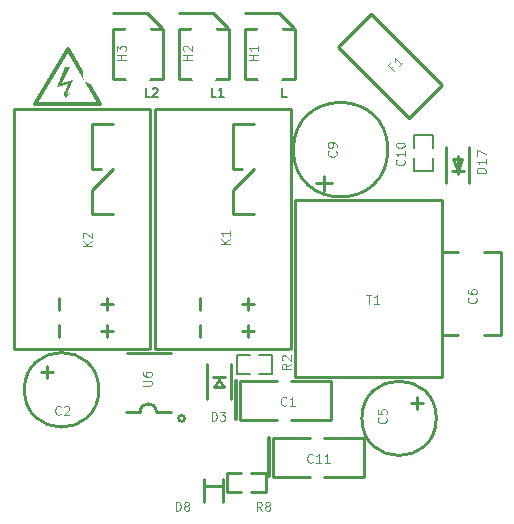
<source format=gto>
G04 #@! TF.GenerationSoftware,KiCad,Pcbnew,5.1.5-52549c5~84~ubuntu18.04.1*
G04 #@! TF.CreationDate,2020-02-21T12:56:33+02:00*
G04 #@! TF.ProjectId,NRF52832_Touch_Switch_Power_Supply,4e524635-3238-4333-925f-546f7563685f,rev?*
G04 #@! TF.SameCoordinates,Original*
G04 #@! TF.FileFunction,Legend,Top*
G04 #@! TF.FilePolarity,Positive*
%FSLAX46Y46*%
G04 Gerber Fmt 4.6, Leading zero omitted, Abs format (unit mm)*
G04 Created by KiCad (PCBNEW 5.1.5-52549c5~84~ubuntu18.04.1) date 2020-02-21 12:56:33*
%MOMM*%
%LPD*%
G04 APERTURE LIST*
%ADD10C,0.152000*%
%ADD11C,0.254000*%
%ADD12C,0.330000*%
%ADD13C,0.200000*%
%ADD14C,0.356000*%
%ADD15C,0.100000*%
%ADD16C,0.102000*%
%ADD17C,1.602000*%
%ADD18R,2.102000X2.602000*%
%ADD19R,1.880000X1.880000*%
%ADD20C,1.902000*%
%ADD21C,2.352000*%
%ADD22C,1.702000*%
%ADD23R,1.602000X1.402000*%
%ADD24R,1.102000X1.102000*%
%ADD25R,1.102000X1.202000*%
%ADD26C,2.102000*%
%ADD27R,1.905000X0.508000*%
%ADD28R,1.502000X1.302000*%
%ADD29R,1.202000X1.102000*%
G04 APERTURE END LIST*
D10*
X118626085Y-45338714D02*
X118263228Y-45338714D01*
X118263228Y-44576714D01*
X112657085Y-45302714D02*
X112294228Y-45302714D01*
X112294228Y-44540714D01*
X113310228Y-45302714D02*
X112874800Y-45302714D01*
X113092514Y-45302714D02*
X113092514Y-44540714D01*
X113019942Y-44649571D01*
X112947371Y-44722142D01*
X112874800Y-44758428D01*
X107069085Y-45302714D02*
X106706228Y-45302714D01*
X106706228Y-44540714D01*
X107286800Y-44613285D02*
X107323085Y-44577000D01*
X107395657Y-44540714D01*
X107577085Y-44540714D01*
X107649657Y-44577000D01*
X107685942Y-44613285D01*
X107722228Y-44685857D01*
X107722228Y-44758428D01*
X107685942Y-44867285D01*
X107250514Y-45302714D01*
X107722228Y-45302714D01*
D11*
X120587000Y-77470000D02*
X117500000Y-77470000D01*
X117500000Y-77470000D02*
X117500000Y-74143000D01*
X117500000Y-74143000D02*
X120587000Y-74143000D01*
D12*
X117145000Y-74143000D02*
X117145000Y-77419000D01*
D11*
X121768000Y-74143000D02*
X125146000Y-74143000D01*
X125146000Y-74143000D02*
X125146000Y-77521000D01*
X125146000Y-77521000D02*
X121768000Y-77521000D01*
X119301000Y-54046000D02*
X131801000Y-54046000D01*
X131801000Y-54046000D02*
X131801000Y-69046000D01*
X131801000Y-69046000D02*
X119301000Y-69046000D01*
X119301000Y-69046000D02*
X119301000Y-54046000D01*
X128971990Y-47091417D02*
X122961583Y-41081010D01*
X122961583Y-41081010D02*
X125790010Y-38252583D01*
X125790010Y-38252583D02*
X131800417Y-44262990D01*
X131800417Y-44262990D02*
X128971990Y-47091417D01*
X109533000Y-39556000D02*
X113733000Y-39556000D01*
X113733000Y-39556000D02*
X113733000Y-43756000D01*
X113733000Y-43756000D02*
X109533000Y-43756000D01*
X109533000Y-43756000D02*
X109533000Y-39556000D01*
X113665000Y-39624000D02*
X113665000Y-39497000D01*
X113665000Y-39497000D02*
X112395000Y-38227000D01*
X112395000Y-38227000D02*
X109474000Y-38227000D01*
X115121000Y-39556000D02*
X119321000Y-39556000D01*
X119321000Y-39556000D02*
X119321000Y-43756000D01*
X119321000Y-43756000D02*
X115121000Y-43756000D01*
X115121000Y-43756000D02*
X115121000Y-39556000D01*
X119253000Y-39624000D02*
X119253000Y-39497000D01*
X119253000Y-39497000D02*
X117983000Y-38227000D01*
X117983000Y-38227000D02*
X115062000Y-38227000D01*
X131293000Y-72517000D02*
G75*
G03X131293000Y-72517000I-3150000J0D01*
G01*
X130175000Y-71247000D02*
X129159000Y-71247000D01*
X129667000Y-70739000D02*
X129667000Y-71755000D01*
X102718000Y-70104000D02*
G75*
G03X102718000Y-70104000I-3150000J0D01*
G01*
X98298000Y-68072000D02*
X98298000Y-69088000D01*
X97790000Y-68580000D02*
X98806000Y-68580000D01*
X103945000Y-39556000D02*
X108145000Y-39556000D01*
X108145000Y-39556000D02*
X108145000Y-43756000D01*
X108145000Y-43756000D02*
X103945000Y-43756000D01*
X103945000Y-43756000D02*
X103945000Y-39556000D01*
X108077000Y-39624000D02*
X108077000Y-39497000D01*
X108077000Y-39497000D02*
X106807000Y-38227000D01*
X106807000Y-38227000D02*
X103886000Y-38227000D01*
X119188992Y-49809142D02*
G75*
G03X119189000Y-49738000I4000008J35142D01*
G01*
X122453000Y-52629000D02*
X121107000Y-52629000D01*
X121768000Y-51994000D02*
X121768000Y-53238000D01*
X131739000Y-65476000D02*
X131739000Y-58476000D01*
X136739000Y-58476000D02*
X136739000Y-65476000D01*
X131739000Y-58476000D02*
X133136000Y-58476000D01*
X135342000Y-58476000D02*
X136739000Y-58476000D01*
X131739000Y-65476000D02*
X133136000Y-65476000D01*
X135342000Y-65476000D02*
X136739000Y-65476000D01*
X112903000Y-69242000D02*
X113309000Y-69826000D01*
X113309000Y-69826000D02*
X112497000Y-69826000D01*
X112497000Y-69826000D02*
X112903000Y-69242000D01*
X113903000Y-67920000D02*
X113903000Y-70920000D01*
X111903000Y-70920000D02*
X111903000Y-67920000D01*
X113411000Y-69014000D02*
X112395000Y-69014000D01*
X117792000Y-72644000D02*
X114706000Y-72644000D01*
X114706000Y-72644000D02*
X114706000Y-69317000D01*
X114706000Y-69317000D02*
X117792000Y-69317000D01*
D12*
X114351000Y-69317000D02*
X114351000Y-72593000D01*
D11*
X118974000Y-69317000D02*
X122352000Y-69317000D01*
X122352000Y-69317000D02*
X122352000Y-72695000D01*
X122352000Y-72695000D02*
X118974000Y-72695000D01*
X113195000Y-77613000D02*
X113195000Y-79613000D01*
X111595000Y-77613000D02*
X111595000Y-79613000D01*
X113195000Y-78262000D02*
X111595000Y-78262000D01*
X113539000Y-77178000D02*
X113539000Y-78778000D01*
X115589000Y-78778000D02*
X116839000Y-78778000D01*
X115589000Y-77178000D02*
X116839000Y-77178000D01*
X114789000Y-78778000D02*
X113539000Y-78778000D01*
X114789000Y-77178000D02*
X113539000Y-77178000D01*
X116839000Y-77178000D02*
X116839000Y-78778000D01*
X107061000Y-66675000D02*
X107061000Y-46355000D01*
X107061000Y-46355000D02*
X95661000Y-46355000D01*
X95519000Y-46355000D02*
X95519000Y-66675000D01*
X95519000Y-66675000D02*
X106919000Y-66675000D01*
X103393000Y-65659000D02*
X103393000Y-64643000D01*
X102885000Y-65151000D02*
X103901000Y-65151000D01*
X103393000Y-63373000D02*
X103393000Y-62357000D01*
X102885000Y-62865000D02*
X103901000Y-62865000D01*
X99329000Y-65659000D02*
X99329000Y-64643000D01*
X99329000Y-63373000D02*
X99329000Y-62357000D01*
X103901000Y-55245000D02*
X102123000Y-55245000D01*
X102123000Y-55245000D02*
X102123000Y-53213000D01*
X102123000Y-53213000D02*
X103901000Y-51435000D01*
X103901000Y-47625000D02*
X102377000Y-47625000D01*
X102377000Y-47625000D02*
X102123000Y-47625000D01*
X102123000Y-47625000D02*
X102123000Y-51435000D01*
X102123000Y-51435000D02*
X102885000Y-51435000D01*
X118999000Y-66675000D02*
X118999000Y-46355000D01*
X118999000Y-46355000D02*
X107599000Y-46355000D01*
X107457000Y-46355000D02*
X107457000Y-66675000D01*
X107457000Y-66675000D02*
X118857000Y-66675000D01*
X115331000Y-65659000D02*
X115331000Y-64643000D01*
X114823000Y-65151000D02*
X115839000Y-65151000D01*
X115331000Y-63373000D02*
X115331000Y-62357000D01*
X114823000Y-62865000D02*
X115839000Y-62865000D01*
X111267000Y-65659000D02*
X111267000Y-64643000D01*
X111267000Y-63373000D02*
X111267000Y-62357000D01*
X115839000Y-55245000D02*
X114061000Y-55245000D01*
X114061000Y-55245000D02*
X114061000Y-53213000D01*
X114061000Y-53213000D02*
X115839000Y-51435000D01*
X115839000Y-47625000D02*
X114315000Y-47625000D01*
X114315000Y-47625000D02*
X114061000Y-47625000D01*
X114061000Y-47625000D02*
X114061000Y-51435000D01*
X114061000Y-51435000D02*
X114823000Y-51435000D01*
D13*
X116289000Y-67145000D02*
X117389000Y-67145000D01*
X117389000Y-67145000D02*
X117389000Y-68745000D01*
X117389000Y-68745000D02*
X116289000Y-68745000D01*
X115489000Y-67145000D02*
X114389000Y-67145000D01*
X114389000Y-67145000D02*
X114389000Y-68145000D01*
X114389000Y-68145000D02*
X114389000Y-68745000D01*
X114389000Y-68745000D02*
X115489000Y-68745000D01*
D11*
X109982000Y-72519000D02*
G75*
G03X109982000Y-72519000I-254000J0D01*
G01*
X106228000Y-71974000D02*
X105054000Y-71971000D01*
X107600000Y-71974000D02*
G75*
G03X106228000Y-71974000I-686000J0D01*
G01*
X108794000Y-71971000D02*
X107600000Y-71974000D01*
X108802000Y-66971000D02*
X105066000Y-66971000D01*
X133096000Y-51562000D02*
X132690000Y-50546000D01*
X132690000Y-50546000D02*
X133502000Y-50546000D01*
X133502000Y-50546000D02*
X133096000Y-51562000D01*
X132096000Y-52554000D02*
X132096000Y-49554000D01*
X134096000Y-52554000D02*
X134096000Y-49554000D01*
X132588000Y-51562000D02*
X133604000Y-51562000D01*
X133096000Y-51816000D02*
X133096000Y-50292000D01*
D13*
X129375000Y-49638000D02*
X129375000Y-48538000D01*
X129375000Y-48538000D02*
X130975000Y-48538000D01*
X130975000Y-48538000D02*
X130975000Y-49638000D01*
X129375000Y-50438000D02*
X129375000Y-51538000D01*
X129375000Y-51538000D02*
X130375000Y-51538000D01*
X130375000Y-51538000D02*
X130975000Y-51538000D01*
X130975000Y-51538000D02*
X130975000Y-50438000D01*
D14*
X100076000Y-41216000D02*
X97358000Y-45923000D01*
X97358000Y-45923000D02*
X102794000Y-45923000D01*
X102794000Y-45923000D02*
X100076000Y-41216000D01*
D15*
G36*
X99898000Y-42799000D02*
G01*
X100279000Y-42799000D01*
X99593000Y-44145000D01*
X100559000Y-43866000D01*
X100051000Y-45034000D01*
X100254000Y-44983000D01*
X99847000Y-45441000D01*
X99771000Y-44907000D01*
X99898000Y-45009000D01*
X100152000Y-44171000D01*
X99212000Y-44475000D01*
X99898000Y-42799000D01*
G37*
D16*
X120825157Y-76218142D02*
X120788871Y-76254428D01*
X120680014Y-76290714D01*
X120607442Y-76290714D01*
X120498585Y-76254428D01*
X120426014Y-76181857D01*
X120389728Y-76109285D01*
X120353442Y-75964142D01*
X120353442Y-75855285D01*
X120389728Y-75710142D01*
X120426014Y-75637571D01*
X120498585Y-75565000D01*
X120607442Y-75528714D01*
X120680014Y-75528714D01*
X120788871Y-75565000D01*
X120825157Y-75601285D01*
X121550871Y-76290714D02*
X121115442Y-76290714D01*
X121333157Y-76290714D02*
X121333157Y-75528714D01*
X121260585Y-75637571D01*
X121188014Y-75710142D01*
X121115442Y-75746428D01*
X122276585Y-76290714D02*
X121841157Y-76290714D01*
X122058871Y-76290714D02*
X122058871Y-75528714D01*
X121986300Y-75637571D01*
X121913728Y-75710142D01*
X121841157Y-75746428D01*
X125360871Y-62066714D02*
X125796300Y-62066714D01*
X125578585Y-62828714D02*
X125578585Y-62066714D01*
X126449442Y-62828714D02*
X126014014Y-62828714D01*
X126231728Y-62828714D02*
X126231728Y-62066714D01*
X126159157Y-62175571D01*
X126086585Y-62248142D01*
X126014014Y-62284428D01*
X127609607Y-42667646D02*
X127430002Y-42847251D01*
X127712239Y-43129488D02*
X127173423Y-42590672D01*
X127430002Y-42334094D01*
X128456317Y-42385409D02*
X128148423Y-42693304D01*
X128302370Y-42539357D02*
X127763555Y-42000541D01*
X127789212Y-42128831D01*
X127789212Y-42231462D01*
X127763555Y-42308436D01*
X110580714Y-42170271D02*
X109818714Y-42170271D01*
X110181571Y-42170271D02*
X110181571Y-41734842D01*
X110580714Y-41734842D02*
X109818714Y-41734842D01*
X109891285Y-41408271D02*
X109855000Y-41371985D01*
X109818714Y-41299414D01*
X109818714Y-41117985D01*
X109855000Y-41045414D01*
X109891285Y-41009128D01*
X109963857Y-40972842D01*
X110036428Y-40972842D01*
X110145285Y-41009128D01*
X110580714Y-41444557D01*
X110580714Y-40972842D01*
X116168714Y-42170271D02*
X115406714Y-42170271D01*
X115769571Y-42170271D02*
X115769571Y-41734842D01*
X116168714Y-41734842D02*
X115406714Y-41734842D01*
X116168714Y-40972842D02*
X116168714Y-41408271D01*
X116168714Y-41190557D02*
X115406714Y-41190557D01*
X115515571Y-41263128D01*
X115588142Y-41335700D01*
X115624428Y-41408271D01*
X127018142Y-72468842D02*
X127054428Y-72505128D01*
X127090714Y-72613985D01*
X127090714Y-72686557D01*
X127054428Y-72795414D01*
X126981857Y-72867985D01*
X126909285Y-72904271D01*
X126764142Y-72940557D01*
X126655285Y-72940557D01*
X126510142Y-72904271D01*
X126437571Y-72867985D01*
X126365000Y-72795414D01*
X126328714Y-72686557D01*
X126328714Y-72613985D01*
X126365000Y-72505128D01*
X126401285Y-72468842D01*
X126328714Y-71779414D02*
X126328714Y-72142271D01*
X126691571Y-72178557D01*
X126655285Y-72142271D01*
X126619000Y-72069700D01*
X126619000Y-71888271D01*
X126655285Y-71815700D01*
X126691571Y-71779414D01*
X126764142Y-71743128D01*
X126945571Y-71743128D01*
X127018142Y-71779414D01*
X127054428Y-71815700D01*
X127090714Y-71888271D01*
X127090714Y-72069700D01*
X127054428Y-72142271D01*
X127018142Y-72178557D01*
X99489157Y-72154142D02*
X99452871Y-72190428D01*
X99344014Y-72226714D01*
X99271442Y-72226714D01*
X99162585Y-72190428D01*
X99090014Y-72117857D01*
X99053728Y-72045285D01*
X99017442Y-71900142D01*
X99017442Y-71791285D01*
X99053728Y-71646142D01*
X99090014Y-71573571D01*
X99162585Y-71501000D01*
X99271442Y-71464714D01*
X99344014Y-71464714D01*
X99452871Y-71501000D01*
X99489157Y-71537285D01*
X99779442Y-71537285D02*
X99815728Y-71501000D01*
X99888300Y-71464714D01*
X100069728Y-71464714D01*
X100142300Y-71501000D01*
X100178585Y-71537285D01*
X100214871Y-71609857D01*
X100214871Y-71682428D01*
X100178585Y-71791285D01*
X99743157Y-72226714D01*
X100214871Y-72226714D01*
X104992714Y-42170271D02*
X104230714Y-42170271D01*
X104593571Y-42170271D02*
X104593571Y-41734842D01*
X104992714Y-41734842D02*
X104230714Y-41734842D01*
X104230714Y-41444557D02*
X104230714Y-40972842D01*
X104521000Y-41226842D01*
X104521000Y-41117985D01*
X104557285Y-41045414D01*
X104593571Y-41009128D01*
X104666142Y-40972842D01*
X104847571Y-40972842D01*
X104920142Y-41009128D01*
X104956428Y-41045414D01*
X104992714Y-41117985D01*
X104992714Y-41335700D01*
X104956428Y-41408271D01*
X104920142Y-41444557D01*
X122791142Y-49881842D02*
X122827428Y-49918128D01*
X122863714Y-50026985D01*
X122863714Y-50099557D01*
X122827428Y-50208414D01*
X122754857Y-50280985D01*
X122682285Y-50317271D01*
X122537142Y-50353557D01*
X122428285Y-50353557D01*
X122283142Y-50317271D01*
X122210571Y-50280985D01*
X122138000Y-50208414D01*
X122101714Y-50099557D01*
X122101714Y-50026985D01*
X122138000Y-49918128D01*
X122174285Y-49881842D01*
X122863714Y-49518985D02*
X122863714Y-49373842D01*
X122827428Y-49301271D01*
X122791142Y-49264985D01*
X122682285Y-49192414D01*
X122537142Y-49156128D01*
X122246857Y-49156128D01*
X122174285Y-49192414D01*
X122138000Y-49228700D01*
X122101714Y-49301271D01*
X122101714Y-49446414D01*
X122138000Y-49518985D01*
X122174285Y-49555271D01*
X122246857Y-49591557D01*
X122428285Y-49591557D01*
X122500857Y-49555271D01*
X122537142Y-49518985D01*
X122573428Y-49446414D01*
X122573428Y-49301271D01*
X122537142Y-49228700D01*
X122500857Y-49192414D01*
X122428285Y-49156128D01*
X134638142Y-62308842D02*
X134674428Y-62345128D01*
X134710714Y-62453985D01*
X134710714Y-62526557D01*
X134674428Y-62635414D01*
X134601857Y-62707985D01*
X134529285Y-62744271D01*
X134384142Y-62780557D01*
X134275285Y-62780557D01*
X134130142Y-62744271D01*
X134057571Y-62707985D01*
X133985000Y-62635414D01*
X133948714Y-62526557D01*
X133948714Y-62453985D01*
X133985000Y-62345128D01*
X134021285Y-62308842D01*
X133948714Y-61655700D02*
X133948714Y-61800842D01*
X133985000Y-61873414D01*
X134021285Y-61909700D01*
X134130142Y-61982271D01*
X134275285Y-62018557D01*
X134565571Y-62018557D01*
X134638142Y-61982271D01*
X134674428Y-61945985D01*
X134710714Y-61873414D01*
X134710714Y-61728271D01*
X134674428Y-61655700D01*
X134638142Y-61619414D01*
X134565571Y-61583128D01*
X134384142Y-61583128D01*
X134311571Y-61619414D01*
X134275285Y-61655700D01*
X134239000Y-61728271D01*
X134239000Y-61873414D01*
X134275285Y-61945985D01*
X134311571Y-61982271D01*
X134384142Y-62018557D01*
X112261728Y-72734714D02*
X112261728Y-71972714D01*
X112443157Y-71972714D01*
X112552014Y-72009000D01*
X112624585Y-72081571D01*
X112660871Y-72154142D01*
X112697157Y-72299285D01*
X112697157Y-72408142D01*
X112660871Y-72553285D01*
X112624585Y-72625857D01*
X112552014Y-72698428D01*
X112443157Y-72734714D01*
X112261728Y-72734714D01*
X112951157Y-71972714D02*
X113422871Y-71972714D01*
X113168871Y-72263000D01*
X113277728Y-72263000D01*
X113350300Y-72299285D01*
X113386585Y-72335571D01*
X113422871Y-72408142D01*
X113422871Y-72589571D01*
X113386585Y-72662142D01*
X113350300Y-72698428D01*
X113277728Y-72734714D01*
X113060014Y-72734714D01*
X112987442Y-72698428D01*
X112951157Y-72662142D01*
X118608157Y-71392142D02*
X118571871Y-71428428D01*
X118463014Y-71464714D01*
X118390442Y-71464714D01*
X118281585Y-71428428D01*
X118209014Y-71355857D01*
X118172728Y-71283285D01*
X118136442Y-71138142D01*
X118136442Y-71029285D01*
X118172728Y-70884142D01*
X118209014Y-70811571D01*
X118281585Y-70739000D01*
X118390442Y-70702714D01*
X118463014Y-70702714D01*
X118571871Y-70739000D01*
X118608157Y-70775285D01*
X119333871Y-71464714D02*
X118898442Y-71464714D01*
X119116157Y-71464714D02*
X119116157Y-70702714D01*
X119043585Y-70811571D01*
X118971014Y-70884142D01*
X118898442Y-70920428D01*
X109213728Y-80354714D02*
X109213728Y-79592714D01*
X109395157Y-79592714D01*
X109504014Y-79629000D01*
X109576585Y-79701571D01*
X109612871Y-79774142D01*
X109649157Y-79919285D01*
X109649157Y-80028142D01*
X109612871Y-80173285D01*
X109576585Y-80245857D01*
X109504014Y-80318428D01*
X109395157Y-80354714D01*
X109213728Y-80354714D01*
X110084585Y-79919285D02*
X110012014Y-79883000D01*
X109975728Y-79846714D01*
X109939442Y-79774142D01*
X109939442Y-79737857D01*
X109975728Y-79665285D01*
X110012014Y-79629000D01*
X110084585Y-79592714D01*
X110229728Y-79592714D01*
X110302300Y-79629000D01*
X110338585Y-79665285D01*
X110374871Y-79737857D01*
X110374871Y-79774142D01*
X110338585Y-79846714D01*
X110302300Y-79883000D01*
X110229728Y-79919285D01*
X110084585Y-79919285D01*
X110012014Y-79955571D01*
X109975728Y-79991857D01*
X109939442Y-80064428D01*
X109939442Y-80209571D01*
X109975728Y-80282142D01*
X110012014Y-80318428D01*
X110084585Y-80354714D01*
X110229728Y-80354714D01*
X110302300Y-80318428D01*
X110338585Y-80282142D01*
X110374871Y-80209571D01*
X110374871Y-80064428D01*
X110338585Y-79991857D01*
X110302300Y-79955571D01*
X110229728Y-79919285D01*
X116507157Y-80354714D02*
X116253157Y-79991857D01*
X116071728Y-80354714D02*
X116071728Y-79592714D01*
X116362014Y-79592714D01*
X116434585Y-79629000D01*
X116470871Y-79665285D01*
X116507157Y-79737857D01*
X116507157Y-79846714D01*
X116470871Y-79919285D01*
X116434585Y-79955571D01*
X116362014Y-79991857D01*
X116071728Y-79991857D01*
X116942585Y-79919285D02*
X116870014Y-79883000D01*
X116833728Y-79846714D01*
X116797442Y-79774142D01*
X116797442Y-79737857D01*
X116833728Y-79665285D01*
X116870014Y-79629000D01*
X116942585Y-79592714D01*
X117087728Y-79592714D01*
X117160300Y-79629000D01*
X117196585Y-79665285D01*
X117232871Y-79737857D01*
X117232871Y-79774142D01*
X117196585Y-79846714D01*
X117160300Y-79883000D01*
X117087728Y-79919285D01*
X116942585Y-79919285D01*
X116870014Y-79955571D01*
X116833728Y-79991857D01*
X116797442Y-80064428D01*
X116797442Y-80209571D01*
X116833728Y-80282142D01*
X116870014Y-80318428D01*
X116942585Y-80354714D01*
X117087728Y-80354714D01*
X117160300Y-80318428D01*
X117196585Y-80282142D01*
X117232871Y-80209571D01*
X117232871Y-80064428D01*
X117196585Y-79991857D01*
X117160300Y-79955571D01*
X117087728Y-79919285D01*
X102106714Y-57945271D02*
X101344714Y-57945271D01*
X102106714Y-57509842D02*
X101671285Y-57836414D01*
X101344714Y-57509842D02*
X101780142Y-57945271D01*
X101417285Y-57219557D02*
X101381000Y-57183271D01*
X101344714Y-57110700D01*
X101344714Y-56929271D01*
X101381000Y-56856700D01*
X101417285Y-56820414D01*
X101489857Y-56784128D01*
X101562428Y-56784128D01*
X101671285Y-56820414D01*
X102106714Y-57255842D01*
X102106714Y-56784128D01*
X113790714Y-57788271D02*
X113028714Y-57788271D01*
X113790714Y-57352842D02*
X113355285Y-57679414D01*
X113028714Y-57352842D02*
X113464142Y-57788271D01*
X113790714Y-56627128D02*
X113790714Y-57062557D01*
X113790714Y-56844842D02*
X113028714Y-56844842D01*
X113137571Y-56917414D01*
X113210142Y-56989985D01*
X113246428Y-57062557D01*
X118962714Y-67896842D02*
X118599857Y-68150842D01*
X118962714Y-68332271D02*
X118200714Y-68332271D01*
X118200714Y-68041985D01*
X118237000Y-67969414D01*
X118273285Y-67933128D01*
X118345857Y-67896842D01*
X118454714Y-67896842D01*
X118527285Y-67933128D01*
X118563571Y-67969414D01*
X118599857Y-68041985D01*
X118599857Y-68332271D01*
X118273285Y-67606557D02*
X118237000Y-67570271D01*
X118200714Y-67497700D01*
X118200714Y-67316271D01*
X118237000Y-67243700D01*
X118273285Y-67207414D01*
X118345857Y-67171128D01*
X118418428Y-67171128D01*
X118527285Y-67207414D01*
X118962714Y-67642842D01*
X118962714Y-67171128D01*
X106424714Y-69750271D02*
X107041571Y-69750271D01*
X107114142Y-69713985D01*
X107150428Y-69677700D01*
X107186714Y-69605128D01*
X107186714Y-69459985D01*
X107150428Y-69387414D01*
X107114142Y-69351128D01*
X107041571Y-69314842D01*
X106424714Y-69314842D01*
X106424714Y-68625414D02*
X106424714Y-68770557D01*
X106461000Y-68843128D01*
X106497285Y-68879414D01*
X106606142Y-68951985D01*
X106751285Y-68988271D01*
X107041571Y-68988271D01*
X107114142Y-68951985D01*
X107150428Y-68915700D01*
X107186714Y-68843128D01*
X107186714Y-68697985D01*
X107150428Y-68625414D01*
X107114142Y-68589128D01*
X107041571Y-68552842D01*
X106860142Y-68552842D01*
X106787571Y-68589128D01*
X106751285Y-68625414D01*
X106715000Y-68697985D01*
X106715000Y-68843128D01*
X106751285Y-68915700D01*
X106787571Y-68951985D01*
X106860142Y-68988271D01*
X135472714Y-51722271D02*
X134710714Y-51722271D01*
X134710714Y-51540842D01*
X134747000Y-51431985D01*
X134819571Y-51359414D01*
X134892142Y-51323128D01*
X135037285Y-51286842D01*
X135146142Y-51286842D01*
X135291285Y-51323128D01*
X135363857Y-51359414D01*
X135436428Y-51431985D01*
X135472714Y-51540842D01*
X135472714Y-51722271D01*
X135472714Y-50561128D02*
X135472714Y-50996557D01*
X135472714Y-50778842D02*
X134710714Y-50778842D01*
X134819571Y-50851414D01*
X134892142Y-50923985D01*
X134928428Y-50996557D01*
X134710714Y-50307128D02*
X134710714Y-49799128D01*
X135472714Y-50125700D01*
X128542142Y-50624842D02*
X128578428Y-50661128D01*
X128614714Y-50769985D01*
X128614714Y-50842557D01*
X128578428Y-50951414D01*
X128505857Y-51023985D01*
X128433285Y-51060271D01*
X128288142Y-51096557D01*
X128179285Y-51096557D01*
X128034142Y-51060271D01*
X127961571Y-51023985D01*
X127889000Y-50951414D01*
X127852714Y-50842557D01*
X127852714Y-50769985D01*
X127889000Y-50661128D01*
X127925285Y-50624842D01*
X128614714Y-49899128D02*
X128614714Y-50334557D01*
X128614714Y-50116842D02*
X127852714Y-50116842D01*
X127961571Y-50189414D01*
X128034142Y-50261985D01*
X128070428Y-50334557D01*
X127852714Y-49427414D02*
X127852714Y-49354842D01*
X127889000Y-49282271D01*
X127925285Y-49245985D01*
X127997857Y-49209700D01*
X128143000Y-49173414D01*
X128324428Y-49173414D01*
X128469571Y-49209700D01*
X128542142Y-49245985D01*
X128578428Y-49282271D01*
X128614714Y-49354842D01*
X128614714Y-49427414D01*
X128578428Y-49499985D01*
X128542142Y-49536271D01*
X128469571Y-49572557D01*
X128324428Y-49608842D01*
X128143000Y-49608842D01*
X127997857Y-49572557D01*
X127925285Y-49536271D01*
X127889000Y-49499985D01*
X127852714Y-49427414D01*
%LPC*%
D17*
X102108000Y-43434000D03*
X109982000Y-78232000D03*
X120650000Y-43434000D03*
D18*
X123660000Y-75819000D03*
X118960000Y-75819000D03*
D19*
X129301000Y-66746000D03*
X126801000Y-66746000D03*
X124301000Y-66746000D03*
X121801000Y-66746000D03*
X121801000Y-56246000D03*
X124301000Y-56246000D03*
X126801000Y-56246000D03*
X129301000Y-56246000D03*
D20*
X129177051Y-44468051D03*
X125584949Y-40875949D03*
D21*
X111633000Y-40156000D03*
X111633000Y-43156000D03*
X117221000Y-40156000D03*
X117221000Y-43156000D03*
D22*
X128143000Y-71247000D03*
X128143000Y-73787000D03*
X98298000Y-70104000D03*
X100838000Y-70104000D03*
D21*
X106045000Y-40156000D03*
X106045000Y-43156000D03*
D22*
X123190000Y-48062000D03*
X123190000Y-51562000D03*
D20*
X134239000Y-65726000D03*
X134239000Y-58226000D03*
D23*
X112903000Y-71120000D03*
X112903000Y-67720000D03*
D18*
X120866000Y-70993000D03*
X116166000Y-70993000D03*
D24*
X112395000Y-79813000D03*
X112395000Y-77413000D03*
D25*
X116089000Y-77978000D03*
X114289000Y-77978000D03*
D26*
X105171000Y-65405000D03*
X105171000Y-62865000D03*
X105171000Y-47625000D03*
X105171000Y-55245000D03*
X97551000Y-62865000D03*
X97551000Y-65405000D03*
X117109000Y-65405000D03*
X117109000Y-62865000D03*
X117109000Y-47625000D03*
X117109000Y-55245000D03*
X109489000Y-62865000D03*
X109489000Y-65405000D03*
D25*
X115189000Y-67945000D03*
X116589000Y-67945000D03*
D27*
X103934000Y-71744000D03*
X103934000Y-71094000D03*
X103934000Y-70444000D03*
X103934000Y-69794000D03*
X103934000Y-69144000D03*
X103934000Y-68494000D03*
X103934000Y-67844000D03*
X103934000Y-67194000D03*
X109934000Y-67194000D03*
X109934000Y-67844000D03*
X109934000Y-68494000D03*
X109934000Y-69144000D03*
X109934000Y-69794000D03*
X109934000Y-70444000D03*
X109934000Y-71094000D03*
X109934000Y-71744000D03*
D28*
X133096000Y-52754000D03*
X133096000Y-49354000D03*
D29*
X130175000Y-50738000D03*
X130175000Y-49338000D03*
D17*
X115855000Y-73841000D03*
X115855000Y-75841000D03*
X113855000Y-73841000D03*
X113855000Y-75841000D03*
X111855000Y-73841000D03*
X111855000Y-75841000D03*
X109855000Y-73841000D03*
X109855000Y-75841000D03*
X107855000Y-73841000D03*
X107855000Y-75841000D03*
X105855000Y-73841000D03*
X105855000Y-75841000D03*
X103855000Y-73841000D03*
X103855000Y-75841000D03*
M02*

</source>
